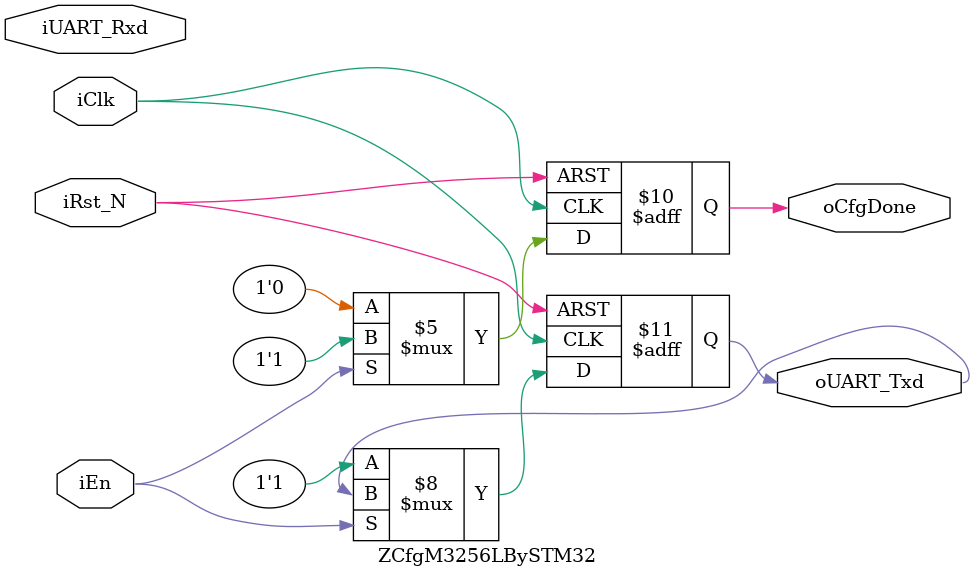
<source format=v>
module ZCfgM3256LBySTM32(
	input iClk,
	input iRst_N,
	input iEn,
	output reg oCfgDone,
	output reg oUART_Txd,
	input iUART_Rxd
);
//driven by step_i.
reg [1:0] step_i;
always @(posedge iClk or negedge iRst_N)
if(!iRst_N) begin
	step_i<=0;
	oCfgDone<=1'b0;
	oUART_Txd<=1'b1;
end
else begin
	if(!iEn) begin
		oCfgDone<=1'b0;
		oUART_Txd<=1'b1;
	end
	else begin
		oCfgDone<=1'b1;
	end
end
endmodule

</source>
